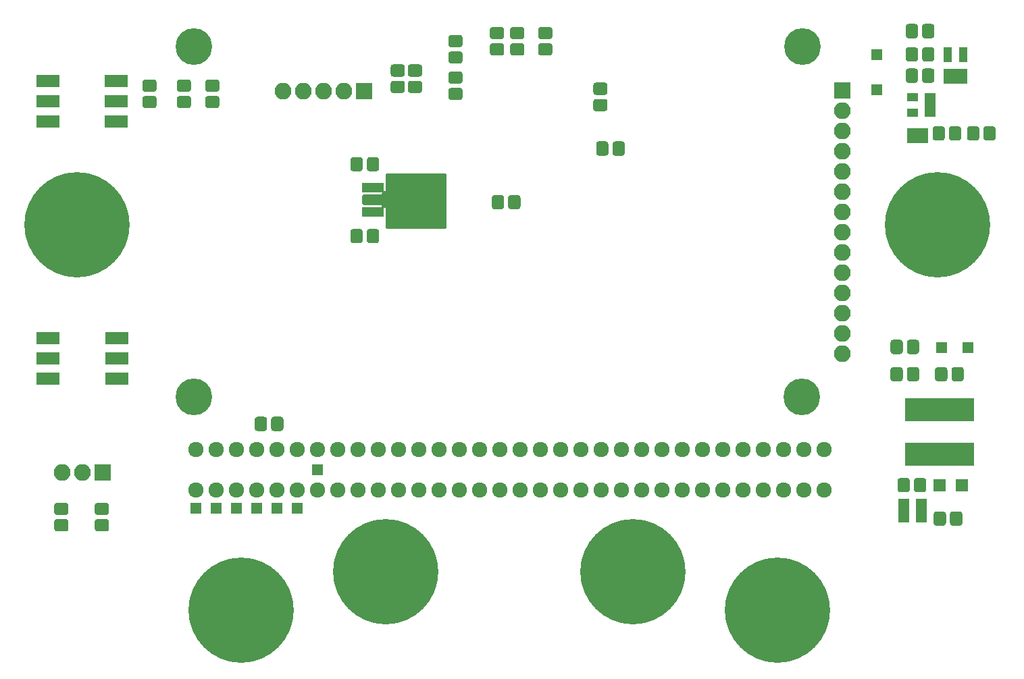
<source format=gbr>
G04 #@! TF.GenerationSoftware,KiCad,Pcbnew,5.1.6-c6e7f7d~87~ubuntu18.04.1*
G04 #@! TF.CreationDate,2020-08-09T22:57:09+01:00*
G04 #@! TF.ProjectId,ServerPSU_Breakout,53657276-6572-4505-9355-5f427265616b,B*
G04 #@! TF.SameCoordinates,Original*
G04 #@! TF.FileFunction,Soldermask,Top*
G04 #@! TF.FilePolarity,Negative*
%FSLAX46Y46*%
G04 Gerber Fmt 4.6, Leading zero omitted, Abs format (unit mm)*
G04 Created by KiCad (PCBNEW 5.1.6-c6e7f7d~87~ubuntu18.04.1) date 2020-08-09 22:57:09*
%MOMM*%
%LPD*%
G01*
G04 APERTURE LIST*
%ADD10O,2.100000X2.100000*%
%ADD11R,2.100000X2.100000*%
%ADD12C,4.600000*%
%ADD13C,1.300000*%
%ADD14C,13.200000*%
%ADD15R,2.840000X1.520000*%
%ADD16R,1.400000X1.400000*%
%ADD17R,1.460000X1.050000*%
%ADD18R,8.600000X3.000000*%
%ADD19R,1.500000X1.500000*%
%ADD20R,1.400000X1.900000*%
%ADD21C,0.100000*%
%ADD22R,2.700000X1.300000*%
%ADD23R,1.050000X1.960000*%
%ADD24C,1.924000*%
%ADD25C,0.254000*%
G04 APERTURE END LIST*
D10*
X105473500Y-117602000D03*
X108013500Y-117602000D03*
D11*
X110553500Y-117602000D03*
D10*
X133223000Y-69723000D03*
X135763000Y-69723000D03*
X138303000Y-69723000D03*
X140843000Y-69723000D03*
D11*
X143383000Y-69723000D03*
G36*
G01*
X104846956Y-123440000D02*
X105973044Y-123440000D01*
G75*
G02*
X106310000Y-123776956I0J-336956D01*
G01*
X106310000Y-124653044D01*
G75*
G02*
X105973044Y-124990000I-336956J0D01*
G01*
X104846956Y-124990000D01*
G75*
G02*
X104510000Y-124653044I0J336956D01*
G01*
X104510000Y-123776956D01*
G75*
G02*
X104846956Y-123440000I336956J0D01*
G01*
G37*
G36*
G01*
X104846956Y-121390000D02*
X105973044Y-121390000D01*
G75*
G02*
X106310000Y-121726956I0J-336956D01*
G01*
X106310000Y-122603044D01*
G75*
G02*
X105973044Y-122940000I-336956J0D01*
G01*
X104846956Y-122940000D01*
G75*
G02*
X104510000Y-122603044I0J336956D01*
G01*
X104510000Y-121726956D01*
G75*
G02*
X104846956Y-121390000I336956J0D01*
G01*
G37*
G36*
G01*
X109926956Y-123440000D02*
X111053044Y-123440000D01*
G75*
G02*
X111390000Y-123776956I0J-336956D01*
G01*
X111390000Y-124653044D01*
G75*
G02*
X111053044Y-124990000I-336956J0D01*
G01*
X109926956Y-124990000D01*
G75*
G02*
X109590000Y-124653044I0J336956D01*
G01*
X109590000Y-123776956D01*
G75*
G02*
X109926956Y-123440000I336956J0D01*
G01*
G37*
G36*
G01*
X109926956Y-121390000D02*
X111053044Y-121390000D01*
G75*
G02*
X111390000Y-121726956I0J-336956D01*
G01*
X111390000Y-122603044D01*
G75*
G02*
X111053044Y-122940000I-336956J0D01*
G01*
X109926956Y-122940000D01*
G75*
G02*
X109590000Y-122603044I0J336956D01*
G01*
X109590000Y-121726956D01*
G75*
G02*
X109926956Y-121390000I336956J0D01*
G01*
G37*
D12*
X198310500Y-64173100D03*
D10*
X203288900Y-84899500D03*
X203288900Y-102679500D03*
X203288900Y-82359500D03*
X203288900Y-74739500D03*
D12*
X121983500Y-108140500D03*
D10*
X203288900Y-97599500D03*
D12*
X198234300Y-108140500D03*
D10*
X203288900Y-92519500D03*
X203288900Y-87439500D03*
D11*
X203288900Y-69659500D03*
D10*
X203288900Y-100139500D03*
D12*
X121983500Y-64198500D03*
D10*
X203288900Y-72199500D03*
X203288900Y-79819500D03*
X203288900Y-89979500D03*
X203288900Y-95059500D03*
X203288900Y-77279500D03*
G36*
G01*
X115895956Y-70354000D02*
X117022044Y-70354000D01*
G75*
G02*
X117359000Y-70690956I0J-336956D01*
G01*
X117359000Y-71567044D01*
G75*
G02*
X117022044Y-71904000I-336956J0D01*
G01*
X115895956Y-71904000D01*
G75*
G02*
X115559000Y-71567044I0J336956D01*
G01*
X115559000Y-70690956D01*
G75*
G02*
X115895956Y-70354000I336956J0D01*
G01*
G37*
G36*
G01*
X115895956Y-68304000D02*
X117022044Y-68304000D01*
G75*
G02*
X117359000Y-68640956I0J-336956D01*
G01*
X117359000Y-69517044D01*
G75*
G02*
X117022044Y-69854000I-336956J0D01*
G01*
X115895956Y-69854000D01*
G75*
G02*
X115559000Y-69517044I0J336956D01*
G01*
X115559000Y-68640956D01*
G75*
G02*
X115895956Y-68304000I336956J0D01*
G01*
G37*
G36*
G01*
X120213956Y-70354000D02*
X121340044Y-70354000D01*
G75*
G02*
X121677000Y-70690956I0J-336956D01*
G01*
X121677000Y-71567044D01*
G75*
G02*
X121340044Y-71904000I-336956J0D01*
G01*
X120213956Y-71904000D01*
G75*
G02*
X119877000Y-71567044I0J336956D01*
G01*
X119877000Y-70690956D01*
G75*
G02*
X120213956Y-70354000I336956J0D01*
G01*
G37*
G36*
G01*
X120213956Y-68304000D02*
X121340044Y-68304000D01*
G75*
G02*
X121677000Y-68640956I0J-336956D01*
G01*
X121677000Y-69517044D01*
G75*
G02*
X121340044Y-69854000I-336956J0D01*
G01*
X120213956Y-69854000D01*
G75*
G02*
X119877000Y-69517044I0J336956D01*
G01*
X119877000Y-68640956D01*
G75*
G02*
X120213956Y-68304000I336956J0D01*
G01*
G37*
G36*
G01*
X123769956Y-70354000D02*
X124896044Y-70354000D01*
G75*
G02*
X125233000Y-70690956I0J-336956D01*
G01*
X125233000Y-71567044D01*
G75*
G02*
X124896044Y-71904000I-336956J0D01*
G01*
X123769956Y-71904000D01*
G75*
G02*
X123433000Y-71567044I0J336956D01*
G01*
X123433000Y-70690956D01*
G75*
G02*
X123769956Y-70354000I336956J0D01*
G01*
G37*
G36*
G01*
X123769956Y-68304000D02*
X124896044Y-68304000D01*
G75*
G02*
X125233000Y-68640956I0J-336956D01*
G01*
X125233000Y-69517044D01*
G75*
G02*
X124896044Y-69854000I-336956J0D01*
G01*
X123769956Y-69854000D01*
G75*
G02*
X123433000Y-69517044I0J336956D01*
G01*
X123433000Y-68640956D01*
G75*
G02*
X123769956Y-68304000I336956J0D01*
G01*
G37*
D13*
X149444113Y-126653887D03*
X146050000Y-125248000D03*
X142655887Y-126653887D03*
X141250000Y-130048000D03*
X142655887Y-133442113D03*
X146050000Y-134848000D03*
X149444113Y-133442113D03*
X150850000Y-130048000D03*
D14*
X146050000Y-130048000D03*
D13*
X180432113Y-126653887D03*
X177038000Y-125248000D03*
X173643887Y-126653887D03*
X172238000Y-130048000D03*
X173643887Y-133442113D03*
X177038000Y-134848000D03*
X180432113Y-133442113D03*
X181838000Y-130048000D03*
D14*
X177038000Y-130048000D03*
X215201500Y-86550500D03*
D13*
X220001500Y-86550500D03*
X218595613Y-89944613D03*
X215201500Y-91350500D03*
X211807387Y-89944613D03*
X210401500Y-86550500D03*
X211807387Y-83156387D03*
X215201500Y-81750500D03*
X218595613Y-83156387D03*
D14*
X107378500Y-86550500D03*
D13*
X112178500Y-86550500D03*
X110772613Y-89944613D03*
X107378500Y-91350500D03*
X103984387Y-89944613D03*
X102578500Y-86550500D03*
X103984387Y-83156387D03*
X107378500Y-81750500D03*
X110772613Y-83156387D03*
D14*
X127952500Y-134874000D03*
D13*
X132752500Y-134874000D03*
X131346613Y-138268113D03*
X127952500Y-139674000D03*
X124558387Y-138268113D03*
X123152500Y-134874000D03*
X124558387Y-131479887D03*
X127952500Y-130074000D03*
X131346613Y-131479887D03*
D14*
X195135500Y-134874000D03*
D13*
X199935500Y-134874000D03*
X198529613Y-138268113D03*
X195135500Y-139674000D03*
X191741387Y-138268113D03*
X190335500Y-134874000D03*
X191741387Y-131479887D03*
X195135500Y-130074000D03*
X198529613Y-131479887D03*
D15*
X112382000Y-100711000D03*
X103772000Y-105791000D03*
X112382000Y-103251000D03*
X103772000Y-103251000D03*
X112382000Y-105791000D03*
X103772000Y-100711000D03*
X112318500Y-68516500D03*
X103708500Y-73596500D03*
X112318500Y-71056500D03*
X103708500Y-71056500D03*
X112318500Y-73596500D03*
X103708500Y-68516500D03*
D16*
X127381000Y-122110500D03*
X122301000Y-122110500D03*
X124841000Y-122110500D03*
X129921000Y-122110500D03*
X132461000Y-122110500D03*
X135001000Y-122110500D03*
X207645000Y-65151000D03*
X207645000Y-69596000D03*
X219011500Y-101917500D03*
X215709500Y-101917500D03*
X137541000Y-117221000D03*
G36*
G01*
X131695000Y-112069044D02*
X131695000Y-110942956D01*
G75*
G02*
X132031956Y-110606000I336956J0D01*
G01*
X132908044Y-110606000D01*
G75*
G02*
X133245000Y-110942956I0J-336956D01*
G01*
X133245000Y-112069044D01*
G75*
G02*
X132908044Y-112406000I-336956J0D01*
G01*
X132031956Y-112406000D01*
G75*
G02*
X131695000Y-112069044I0J336956D01*
G01*
G37*
G36*
G01*
X129645000Y-112069044D02*
X129645000Y-110942956D01*
G75*
G02*
X129981956Y-110606000I336956J0D01*
G01*
X130858044Y-110606000D01*
G75*
G02*
X131195000Y-110942956I0J-336956D01*
G01*
X131195000Y-112069044D01*
G75*
G02*
X130858044Y-112406000I-336956J0D01*
G01*
X129981956Y-112406000D01*
G75*
G02*
X129645000Y-112069044I0J336956D01*
G01*
G37*
D17*
X213177300Y-122364500D03*
X213177300Y-121414500D03*
X213177300Y-123314500D03*
X210977300Y-123314500D03*
X210977300Y-122364500D03*
X210977300Y-121414500D03*
G36*
G01*
X210887500Y-101278256D02*
X210887500Y-102404344D01*
G75*
G02*
X210550544Y-102741300I-336956J0D01*
G01*
X209674456Y-102741300D01*
G75*
G02*
X209337500Y-102404344I0J336956D01*
G01*
X209337500Y-101278256D01*
G75*
G02*
X209674456Y-100941300I336956J0D01*
G01*
X210550544Y-100941300D01*
G75*
G02*
X210887500Y-101278256I0J-336956D01*
G01*
G37*
G36*
G01*
X212937500Y-101278256D02*
X212937500Y-102404344D01*
G75*
G02*
X212600544Y-102741300I-336956J0D01*
G01*
X211724456Y-102741300D01*
G75*
G02*
X211387500Y-102404344I0J336956D01*
G01*
X211387500Y-101278256D01*
G75*
G02*
X211724456Y-100941300I336956J0D01*
G01*
X212600544Y-100941300D01*
G75*
G02*
X212937500Y-101278256I0J-336956D01*
G01*
G37*
G36*
G01*
X211387500Y-105833344D02*
X211387500Y-104707256D01*
G75*
G02*
X211724456Y-104370300I336956J0D01*
G01*
X212600544Y-104370300D01*
G75*
G02*
X212937500Y-104707256I0J-336956D01*
G01*
X212937500Y-105833344D01*
G75*
G02*
X212600544Y-106170300I-336956J0D01*
G01*
X211724456Y-106170300D01*
G75*
G02*
X211387500Y-105833344I0J336956D01*
G01*
G37*
G36*
G01*
X209337500Y-105833344D02*
X209337500Y-104707256D01*
G75*
G02*
X209674456Y-104370300I336956J0D01*
G01*
X210550544Y-104370300D01*
G75*
G02*
X210887500Y-104707256I0J-336956D01*
G01*
X210887500Y-105833344D01*
G75*
G02*
X210550544Y-106170300I-336956J0D01*
G01*
X209674456Y-106170300D01*
G75*
G02*
X209337500Y-105833344I0J336956D01*
G01*
G37*
D18*
X215455500Y-109709300D03*
X215455500Y-115309300D03*
D19*
X218252500Y-119240300D03*
X215452500Y-119240300D03*
G36*
G01*
X216475500Y-104707256D02*
X216475500Y-105833344D01*
G75*
G02*
X216138544Y-106170300I-336956J0D01*
G01*
X215262456Y-106170300D01*
G75*
G02*
X214925500Y-105833344I0J336956D01*
G01*
X214925500Y-104707256D01*
G75*
G02*
X215262456Y-104370300I336956J0D01*
G01*
X216138544Y-104370300D01*
G75*
G02*
X216475500Y-104707256I0J-336956D01*
G01*
G37*
G36*
G01*
X218525500Y-104707256D02*
X218525500Y-105833344D01*
G75*
G02*
X218188544Y-106170300I-336956J0D01*
G01*
X217312456Y-106170300D01*
G75*
G02*
X216975500Y-105833344I0J336956D01*
G01*
X216975500Y-104707256D01*
G75*
G02*
X217312456Y-104370300I336956J0D01*
G01*
X218188544Y-104370300D01*
G75*
G02*
X218525500Y-104707256I0J-336956D01*
G01*
G37*
G36*
G01*
X211776500Y-118626456D02*
X211776500Y-119752544D01*
G75*
G02*
X211439544Y-120089500I-336956J0D01*
G01*
X210563456Y-120089500D01*
G75*
G02*
X210226500Y-119752544I0J336956D01*
G01*
X210226500Y-118626456D01*
G75*
G02*
X210563456Y-118289500I336956J0D01*
G01*
X211439544Y-118289500D01*
G75*
G02*
X211776500Y-118626456I0J-336956D01*
G01*
G37*
G36*
G01*
X213826500Y-118626456D02*
X213826500Y-119752544D01*
G75*
G02*
X213489544Y-120089500I-336956J0D01*
G01*
X212613456Y-120089500D01*
G75*
G02*
X212276500Y-119752544I0J336956D01*
G01*
X212276500Y-118626456D01*
G75*
G02*
X212613456Y-118289500I336956J0D01*
G01*
X213489544Y-118289500D01*
G75*
G02*
X213826500Y-118626456I0J-336956D01*
G01*
G37*
G36*
G01*
X216797700Y-123943544D02*
X216797700Y-122817456D01*
G75*
G02*
X217134656Y-122480500I336956J0D01*
G01*
X218010744Y-122480500D01*
G75*
G02*
X218347700Y-122817456I0J-336956D01*
G01*
X218347700Y-123943544D01*
G75*
G02*
X218010744Y-124280500I-336956J0D01*
G01*
X217134656Y-124280500D01*
G75*
G02*
X216797700Y-123943544I0J336956D01*
G01*
G37*
G36*
G01*
X214747700Y-123943544D02*
X214747700Y-122817456D01*
G75*
G02*
X215084656Y-122480500I336956J0D01*
G01*
X215960744Y-122480500D01*
G75*
G02*
X216297700Y-122817456I0J-336956D01*
G01*
X216297700Y-123943544D01*
G75*
G02*
X215960744Y-124280500I-336956J0D01*
G01*
X215084656Y-124280500D01*
G75*
G02*
X214747700Y-123943544I0J336956D01*
G01*
G37*
D20*
X213375000Y-75311000D03*
X212075000Y-75311000D03*
D21*
G36*
X149960518Y-82312843D02*
G01*
X149998037Y-82324224D01*
X150032614Y-82342706D01*
X150062921Y-82367579D01*
X150087794Y-82397886D01*
X150106276Y-82432463D01*
X150117657Y-82469982D01*
X150121500Y-82509000D01*
X150121500Y-84242000D01*
X150117657Y-84281018D01*
X150106276Y-84318537D01*
X150087794Y-84353114D01*
X150062921Y-84383421D01*
X150032614Y-84408294D01*
X149998037Y-84426776D01*
X149960518Y-84438157D01*
X149921500Y-84442000D01*
X145796500Y-84442000D01*
X145757482Y-84438157D01*
X145719963Y-84426776D01*
X145685386Y-84408294D01*
X145655079Y-84383421D01*
X145630206Y-84353114D01*
X145611724Y-84318537D01*
X145600343Y-84281018D01*
X145596500Y-84242000D01*
X145596500Y-84025500D01*
X143321500Y-84025500D01*
X143282482Y-84021657D01*
X143244963Y-84010276D01*
X143210386Y-83991794D01*
X143180079Y-83966921D01*
X143155206Y-83936614D01*
X143136724Y-83902037D01*
X143125343Y-83864518D01*
X143121500Y-83825500D01*
X143121500Y-82925500D01*
X143125343Y-82886482D01*
X143136724Y-82848963D01*
X143155206Y-82814386D01*
X143180079Y-82784079D01*
X143210386Y-82759206D01*
X143244963Y-82740724D01*
X143282482Y-82729343D01*
X143321500Y-82725500D01*
X145596500Y-82725500D01*
X145596500Y-82509000D01*
X145600343Y-82469982D01*
X145611724Y-82432463D01*
X145630206Y-82397886D01*
X145655079Y-82367579D01*
X145685386Y-82342706D01*
X145719963Y-82324224D01*
X145757482Y-82312843D01*
X145796500Y-82309000D01*
X149921500Y-82309000D01*
X149960518Y-82312843D01*
G37*
D22*
X144471500Y-84875500D03*
X144471500Y-81875500D03*
D17*
X212069500Y-72451000D03*
X212069500Y-70551000D03*
X214269500Y-70551000D03*
X214269500Y-71501000D03*
X214269500Y-72451000D03*
D23*
X216537500Y-65198000D03*
X218437500Y-65198000D03*
X218437500Y-67898000D03*
X217487500Y-67898000D03*
X216537500Y-67898000D03*
G36*
G01*
X213292500Y-62793044D02*
X213292500Y-61666956D01*
G75*
G02*
X213629456Y-61330000I336956J0D01*
G01*
X214505544Y-61330000D01*
G75*
G02*
X214842500Y-61666956I0J-336956D01*
G01*
X214842500Y-62793044D01*
G75*
G02*
X214505544Y-63130000I-336956J0D01*
G01*
X213629456Y-63130000D01*
G75*
G02*
X213292500Y-62793044I0J336956D01*
G01*
G37*
G36*
G01*
X211242500Y-62793044D02*
X211242500Y-61666956D01*
G75*
G02*
X211579456Y-61330000I336956J0D01*
G01*
X212455544Y-61330000D01*
G75*
G02*
X212792500Y-61666956I0J-336956D01*
G01*
X212792500Y-62793044D01*
G75*
G02*
X212455544Y-63130000I-336956J0D01*
G01*
X211579456Y-63130000D01*
G75*
G02*
X211242500Y-62793044I0J336956D01*
G01*
G37*
G36*
G01*
X220976000Y-75620044D02*
X220976000Y-74493956D01*
G75*
G02*
X221312956Y-74157000I336956J0D01*
G01*
X222189044Y-74157000D01*
G75*
G02*
X222526000Y-74493956I0J-336956D01*
G01*
X222526000Y-75620044D01*
G75*
G02*
X222189044Y-75957000I-336956J0D01*
G01*
X221312956Y-75957000D01*
G75*
G02*
X220976000Y-75620044I0J336956D01*
G01*
G37*
G36*
G01*
X218926000Y-75620044D02*
X218926000Y-74493956D01*
G75*
G02*
X219262956Y-74157000I336956J0D01*
G01*
X220139044Y-74157000D01*
G75*
G02*
X220476000Y-74493956I0J-336956D01*
G01*
X220476000Y-75620044D01*
G75*
G02*
X220139044Y-75957000I-336956J0D01*
G01*
X219262956Y-75957000D01*
G75*
G02*
X218926000Y-75620044I0J336956D01*
G01*
G37*
G36*
G01*
X216658000Y-75620044D02*
X216658000Y-74493956D01*
G75*
G02*
X216994956Y-74157000I336956J0D01*
G01*
X217871044Y-74157000D01*
G75*
G02*
X218208000Y-74493956I0J-336956D01*
G01*
X218208000Y-75620044D01*
G75*
G02*
X217871044Y-75957000I-336956J0D01*
G01*
X216994956Y-75957000D01*
G75*
G02*
X216658000Y-75620044I0J336956D01*
G01*
G37*
G36*
G01*
X214608000Y-75620044D02*
X214608000Y-74493956D01*
G75*
G02*
X214944956Y-74157000I336956J0D01*
G01*
X215821044Y-74157000D01*
G75*
G02*
X216158000Y-74493956I0J-336956D01*
G01*
X216158000Y-75620044D01*
G75*
G02*
X215821044Y-75957000I-336956J0D01*
G01*
X214944956Y-75957000D01*
G75*
G02*
X214608000Y-75620044I0J336956D01*
G01*
G37*
G36*
G01*
X212792500Y-67254956D02*
X212792500Y-68381044D01*
G75*
G02*
X212455544Y-68718000I-336956J0D01*
G01*
X211579456Y-68718000D01*
G75*
G02*
X211242500Y-68381044I0J336956D01*
G01*
X211242500Y-67254956D01*
G75*
G02*
X211579456Y-66918000I336956J0D01*
G01*
X212455544Y-66918000D01*
G75*
G02*
X212792500Y-67254956I0J-336956D01*
G01*
G37*
G36*
G01*
X214842500Y-67254956D02*
X214842500Y-68381044D01*
G75*
G02*
X214505544Y-68718000I-336956J0D01*
G01*
X213629456Y-68718000D01*
G75*
G02*
X213292500Y-68381044I0J336956D01*
G01*
X213292500Y-67254956D01*
G75*
G02*
X213629456Y-66918000I336956J0D01*
G01*
X214505544Y-66918000D01*
G75*
G02*
X214842500Y-67254956I0J-336956D01*
G01*
G37*
G36*
G01*
X143696500Y-79493544D02*
X143696500Y-78367456D01*
G75*
G02*
X144033456Y-78030500I336956J0D01*
G01*
X144909544Y-78030500D01*
G75*
G02*
X145246500Y-78367456I0J-336956D01*
G01*
X145246500Y-79493544D01*
G75*
G02*
X144909544Y-79830500I-336956J0D01*
G01*
X144033456Y-79830500D01*
G75*
G02*
X143696500Y-79493544I0J336956D01*
G01*
G37*
G36*
G01*
X141646500Y-79493544D02*
X141646500Y-78367456D01*
G75*
G02*
X141983456Y-78030500I336956J0D01*
G01*
X142859544Y-78030500D01*
G75*
G02*
X143196500Y-78367456I0J-336956D01*
G01*
X143196500Y-79493544D01*
G75*
G02*
X142859544Y-79830500I-336956J0D01*
G01*
X141983456Y-79830500D01*
G75*
G02*
X141646500Y-79493544I0J336956D01*
G01*
G37*
G36*
G01*
X143196500Y-87384456D02*
X143196500Y-88510544D01*
G75*
G02*
X142859544Y-88847500I-336956J0D01*
G01*
X141983456Y-88847500D01*
G75*
G02*
X141646500Y-88510544I0J336956D01*
G01*
X141646500Y-87384456D01*
G75*
G02*
X141983456Y-87047500I336956J0D01*
G01*
X142859544Y-87047500D01*
G75*
G02*
X143196500Y-87384456I0J-336956D01*
G01*
G37*
G36*
G01*
X145246500Y-87384456D02*
X145246500Y-88510544D01*
G75*
G02*
X144909544Y-88847500I-336956J0D01*
G01*
X144033456Y-88847500D01*
G75*
G02*
X143696500Y-88510544I0J336956D01*
G01*
X143696500Y-87384456D01*
G75*
G02*
X144033456Y-87047500I336956J0D01*
G01*
X144909544Y-87047500D01*
G75*
G02*
X145246500Y-87384456I0J-336956D01*
G01*
G37*
G36*
G01*
X213292500Y-65714044D02*
X213292500Y-64587956D01*
G75*
G02*
X213629456Y-64251000I336956J0D01*
G01*
X214505544Y-64251000D01*
G75*
G02*
X214842500Y-64587956I0J-336956D01*
G01*
X214842500Y-65714044D01*
G75*
G02*
X214505544Y-66051000I-336956J0D01*
G01*
X213629456Y-66051000D01*
G75*
G02*
X213292500Y-65714044I0J336956D01*
G01*
G37*
G36*
G01*
X211242500Y-65714044D02*
X211242500Y-64587956D01*
G75*
G02*
X211579456Y-64251000I336956J0D01*
G01*
X212455544Y-64251000D01*
G75*
G02*
X212792500Y-64587956I0J-336956D01*
G01*
X212792500Y-65714044D01*
G75*
G02*
X212455544Y-66051000I-336956J0D01*
G01*
X211579456Y-66051000D01*
G75*
G02*
X211242500Y-65714044I0J336956D01*
G01*
G37*
G36*
G01*
X173994000Y-76398956D02*
X173994000Y-77525044D01*
G75*
G02*
X173657044Y-77862000I-336956J0D01*
G01*
X172780956Y-77862000D01*
G75*
G02*
X172444000Y-77525044I0J336956D01*
G01*
X172444000Y-76398956D01*
G75*
G02*
X172780956Y-76062000I336956J0D01*
G01*
X173657044Y-76062000D01*
G75*
G02*
X173994000Y-76398956I0J-336956D01*
G01*
G37*
G36*
G01*
X176044000Y-76398956D02*
X176044000Y-77525044D01*
G75*
G02*
X175707044Y-77862000I-336956J0D01*
G01*
X174830956Y-77862000D01*
G75*
G02*
X174494000Y-77525044I0J336956D01*
G01*
X174494000Y-76398956D01*
G75*
G02*
X174830956Y-76062000I336956J0D01*
G01*
X175707044Y-76062000D01*
G75*
G02*
X176044000Y-76398956I0J-336956D01*
G01*
G37*
G36*
G01*
X155376044Y-68838000D02*
X154249956Y-68838000D01*
G75*
G02*
X153913000Y-68501044I0J336956D01*
G01*
X153913000Y-67624956D01*
G75*
G02*
X154249956Y-67288000I336956J0D01*
G01*
X155376044Y-67288000D01*
G75*
G02*
X155713000Y-67624956I0J-336956D01*
G01*
X155713000Y-68501044D01*
G75*
G02*
X155376044Y-68838000I-336956J0D01*
G01*
G37*
G36*
G01*
X155376044Y-70888000D02*
X154249956Y-70888000D01*
G75*
G02*
X153913000Y-70551044I0J336956D01*
G01*
X153913000Y-69674956D01*
G75*
G02*
X154249956Y-69338000I336956J0D01*
G01*
X155376044Y-69338000D01*
G75*
G02*
X155713000Y-69674956I0J-336956D01*
G01*
X155713000Y-70551044D01*
G75*
G02*
X155376044Y-70888000I-336956J0D01*
G01*
G37*
G36*
G01*
X147010956Y-68449000D02*
X148137044Y-68449000D01*
G75*
G02*
X148474000Y-68785956I0J-336956D01*
G01*
X148474000Y-69662044D01*
G75*
G02*
X148137044Y-69999000I-336956J0D01*
G01*
X147010956Y-69999000D01*
G75*
G02*
X146674000Y-69662044I0J336956D01*
G01*
X146674000Y-68785956D01*
G75*
G02*
X147010956Y-68449000I336956J0D01*
G01*
G37*
G36*
G01*
X147010956Y-66399000D02*
X148137044Y-66399000D01*
G75*
G02*
X148474000Y-66735956I0J-336956D01*
G01*
X148474000Y-67612044D01*
G75*
G02*
X148137044Y-67949000I-336956J0D01*
G01*
X147010956Y-67949000D01*
G75*
G02*
X146674000Y-67612044I0J336956D01*
G01*
X146674000Y-66735956D01*
G75*
G02*
X147010956Y-66399000I336956J0D01*
G01*
G37*
G36*
G01*
X149169956Y-68449000D02*
X150296044Y-68449000D01*
G75*
G02*
X150633000Y-68785956I0J-336956D01*
G01*
X150633000Y-69662044D01*
G75*
G02*
X150296044Y-69999000I-336956J0D01*
G01*
X149169956Y-69999000D01*
G75*
G02*
X148833000Y-69662044I0J336956D01*
G01*
X148833000Y-68785956D01*
G75*
G02*
X149169956Y-68449000I336956J0D01*
G01*
G37*
G36*
G01*
X149169956Y-66399000D02*
X150296044Y-66399000D01*
G75*
G02*
X150633000Y-66735956I0J-336956D01*
G01*
X150633000Y-67612044D01*
G75*
G02*
X150296044Y-67949000I-336956J0D01*
G01*
X149169956Y-67949000D01*
G75*
G02*
X148833000Y-67612044I0J336956D01*
G01*
X148833000Y-66735956D01*
G75*
G02*
X149169956Y-66399000I336956J0D01*
G01*
G37*
G36*
G01*
X163123044Y-63250000D02*
X161996956Y-63250000D01*
G75*
G02*
X161660000Y-62913044I0J336956D01*
G01*
X161660000Y-62036956D01*
G75*
G02*
X161996956Y-61700000I336956J0D01*
G01*
X163123044Y-61700000D01*
G75*
G02*
X163460000Y-62036956I0J-336956D01*
G01*
X163460000Y-62913044D01*
G75*
G02*
X163123044Y-63250000I-336956J0D01*
G01*
G37*
G36*
G01*
X163123044Y-65300000D02*
X161996956Y-65300000D01*
G75*
G02*
X161660000Y-64963044I0J336956D01*
G01*
X161660000Y-64086956D01*
G75*
G02*
X161996956Y-63750000I336956J0D01*
G01*
X163123044Y-63750000D01*
G75*
G02*
X163460000Y-64086956I0J-336956D01*
G01*
X163460000Y-64963044D01*
G75*
G02*
X163123044Y-65300000I-336956J0D01*
G01*
G37*
D24*
X201041000Y-114744500D03*
X198501000Y-114744500D03*
X195961000Y-114744500D03*
X193421000Y-114744500D03*
X190881000Y-114744500D03*
X188341000Y-114744500D03*
X185801000Y-114744500D03*
X183261000Y-114744500D03*
X180721000Y-114744500D03*
X178181000Y-114744500D03*
X175641000Y-114744500D03*
X173101000Y-114744500D03*
X170561000Y-114744500D03*
X168021000Y-114744500D03*
X165481000Y-114744500D03*
X162941000Y-114744500D03*
X160401000Y-114744500D03*
X157861000Y-114744500D03*
X155321000Y-114744500D03*
X152781000Y-114744500D03*
X150241000Y-114744500D03*
X147701000Y-114744500D03*
X145161000Y-114744500D03*
X142621000Y-114744500D03*
X140081000Y-114744500D03*
X137541000Y-114744500D03*
X135001000Y-114744500D03*
X132461000Y-114744500D03*
X129921000Y-114744500D03*
X127381000Y-114744500D03*
X124841000Y-114744500D03*
X122301000Y-114744500D03*
X124841000Y-119824500D03*
X201041000Y-119824500D03*
X198501000Y-119824500D03*
X195961000Y-119824500D03*
X193421000Y-119824500D03*
X190881000Y-119824500D03*
X188341000Y-119824500D03*
X185801000Y-119824500D03*
X183261000Y-119824500D03*
X180721000Y-119824500D03*
X178181000Y-119824500D03*
X175641000Y-119824500D03*
X173101000Y-119824500D03*
X170561000Y-119824500D03*
X168021000Y-119824500D03*
X165481000Y-119824500D03*
X162941000Y-119824500D03*
X160401000Y-119824500D03*
X157861000Y-119824500D03*
X155321000Y-119824500D03*
X152781000Y-119824500D03*
X150241000Y-119824500D03*
X147701000Y-119824500D03*
X145161000Y-119824500D03*
X142621000Y-119824500D03*
X140081000Y-119824500D03*
X137541000Y-119824500D03*
X135001000Y-119824500D03*
X132461000Y-119824500D03*
X129921000Y-119824500D03*
X127381000Y-119824500D03*
X122301000Y-119824500D03*
G36*
G01*
X159456956Y-63750000D02*
X160583044Y-63750000D01*
G75*
G02*
X160920000Y-64086956I0J-336956D01*
G01*
X160920000Y-64963044D01*
G75*
G02*
X160583044Y-65300000I-336956J0D01*
G01*
X159456956Y-65300000D01*
G75*
G02*
X159120000Y-64963044I0J336956D01*
G01*
X159120000Y-64086956D01*
G75*
G02*
X159456956Y-63750000I336956J0D01*
G01*
G37*
G36*
G01*
X159456956Y-61700000D02*
X160583044Y-61700000D01*
G75*
G02*
X160920000Y-62036956I0J-336956D01*
G01*
X160920000Y-62913044D01*
G75*
G02*
X160583044Y-63250000I-336956J0D01*
G01*
X159456956Y-63250000D01*
G75*
G02*
X159120000Y-62913044I0J336956D01*
G01*
X159120000Y-62036956D01*
G75*
G02*
X159456956Y-61700000I336956J0D01*
G01*
G37*
G36*
G01*
X160913000Y-83129956D02*
X160913000Y-84256044D01*
G75*
G02*
X160576044Y-84593000I-336956J0D01*
G01*
X159699956Y-84593000D01*
G75*
G02*
X159363000Y-84256044I0J336956D01*
G01*
X159363000Y-83129956D01*
G75*
G02*
X159699956Y-82793000I336956J0D01*
G01*
X160576044Y-82793000D01*
G75*
G02*
X160913000Y-83129956I0J-336956D01*
G01*
G37*
G36*
G01*
X162963000Y-83129956D02*
X162963000Y-84256044D01*
G75*
G02*
X162626044Y-84593000I-336956J0D01*
G01*
X161749956Y-84593000D01*
G75*
G02*
X161413000Y-84256044I0J336956D01*
G01*
X161413000Y-83129956D01*
G75*
G02*
X161749956Y-82793000I336956J0D01*
G01*
X162626044Y-82793000D01*
G75*
G02*
X162963000Y-83129956I0J-336956D01*
G01*
G37*
G36*
G01*
X172410956Y-70735000D02*
X173537044Y-70735000D01*
G75*
G02*
X173874000Y-71071956I0J-336956D01*
G01*
X173874000Y-71948044D01*
G75*
G02*
X173537044Y-72285000I-336956J0D01*
G01*
X172410956Y-72285000D01*
G75*
G02*
X172074000Y-71948044I0J336956D01*
G01*
X172074000Y-71071956D01*
G75*
G02*
X172410956Y-70735000I336956J0D01*
G01*
G37*
G36*
G01*
X172410956Y-68685000D02*
X173537044Y-68685000D01*
G75*
G02*
X173874000Y-69021956I0J-336956D01*
G01*
X173874000Y-69898044D01*
G75*
G02*
X173537044Y-70235000I-336956J0D01*
G01*
X172410956Y-70235000D01*
G75*
G02*
X172074000Y-69898044I0J336956D01*
G01*
X172074000Y-69021956D01*
G75*
G02*
X172410956Y-68685000I336956J0D01*
G01*
G37*
G36*
G01*
X165502156Y-63750000D02*
X166628244Y-63750000D01*
G75*
G02*
X166965200Y-64086956I0J-336956D01*
G01*
X166965200Y-64963044D01*
G75*
G02*
X166628244Y-65300000I-336956J0D01*
G01*
X165502156Y-65300000D01*
G75*
G02*
X165165200Y-64963044I0J336956D01*
G01*
X165165200Y-64086956D01*
G75*
G02*
X165502156Y-63750000I336956J0D01*
G01*
G37*
G36*
G01*
X165502156Y-61700000D02*
X166628244Y-61700000D01*
G75*
G02*
X166965200Y-62036956I0J-336956D01*
G01*
X166965200Y-62913044D01*
G75*
G02*
X166628244Y-63250000I-336956J0D01*
G01*
X165502156Y-63250000D01*
G75*
G02*
X165165200Y-62913044I0J336956D01*
G01*
X165165200Y-62036956D01*
G75*
G02*
X165502156Y-61700000I336956J0D01*
G01*
G37*
G36*
G01*
X154249956Y-64766000D02*
X155376044Y-64766000D01*
G75*
G02*
X155713000Y-65102956I0J-336956D01*
G01*
X155713000Y-65979044D01*
G75*
G02*
X155376044Y-66316000I-336956J0D01*
G01*
X154249956Y-66316000D01*
G75*
G02*
X153913000Y-65979044I0J336956D01*
G01*
X153913000Y-65102956D01*
G75*
G02*
X154249956Y-64766000I336956J0D01*
G01*
G37*
G36*
G01*
X154249956Y-62716000D02*
X155376044Y-62716000D01*
G75*
G02*
X155713000Y-63052956I0J-336956D01*
G01*
X155713000Y-63929044D01*
G75*
G02*
X155376044Y-64266000I-336956J0D01*
G01*
X154249956Y-64266000D01*
G75*
G02*
X153913000Y-63929044I0J336956D01*
G01*
X153913000Y-63052956D01*
G75*
G02*
X154249956Y-62716000I336956J0D01*
G01*
G37*
D25*
G36*
X153543000Y-86868000D02*
G01*
X146177000Y-86868000D01*
X146177000Y-80137000D01*
X153543000Y-80137000D01*
X153543000Y-86868000D01*
G37*
X153543000Y-86868000D02*
X146177000Y-86868000D01*
X146177000Y-80137000D01*
X153543000Y-80137000D01*
X153543000Y-86868000D01*
M02*

</source>
